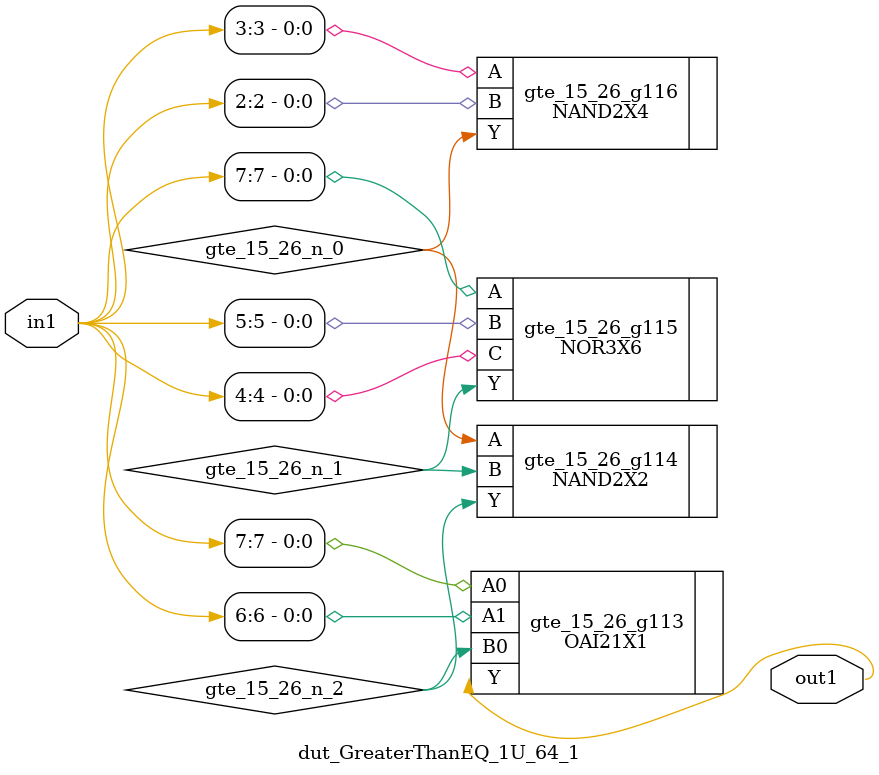
<source format=v>
`timescale 1ps / 1ps


module dut_GreaterThanEQ_1U_64_1(in1, out1);
  input [7:0] in1;
  output out1;
  wire [7:0] in1;
  wire out1;
  wire gte_15_26_n_0, gte_15_26_n_1, gte_15_26_n_2;
  OAI21X1 gte_15_26_g113(.A0 (in1[7]), .A1 (in1[6]), .B0
       (gte_15_26_n_2), .Y (out1));
  NAND2X2 gte_15_26_g114(.A (gte_15_26_n_0), .B (gte_15_26_n_1), .Y
       (gte_15_26_n_2));
  NOR3X6 gte_15_26_g115(.A (in1[7]), .B (in1[5]), .C (in1[4]), .Y
       (gte_15_26_n_1));
  NAND2X4 gte_15_26_g116(.A (in1[3]), .B (in1[2]), .Y (gte_15_26_n_0));
endmodule



</source>
